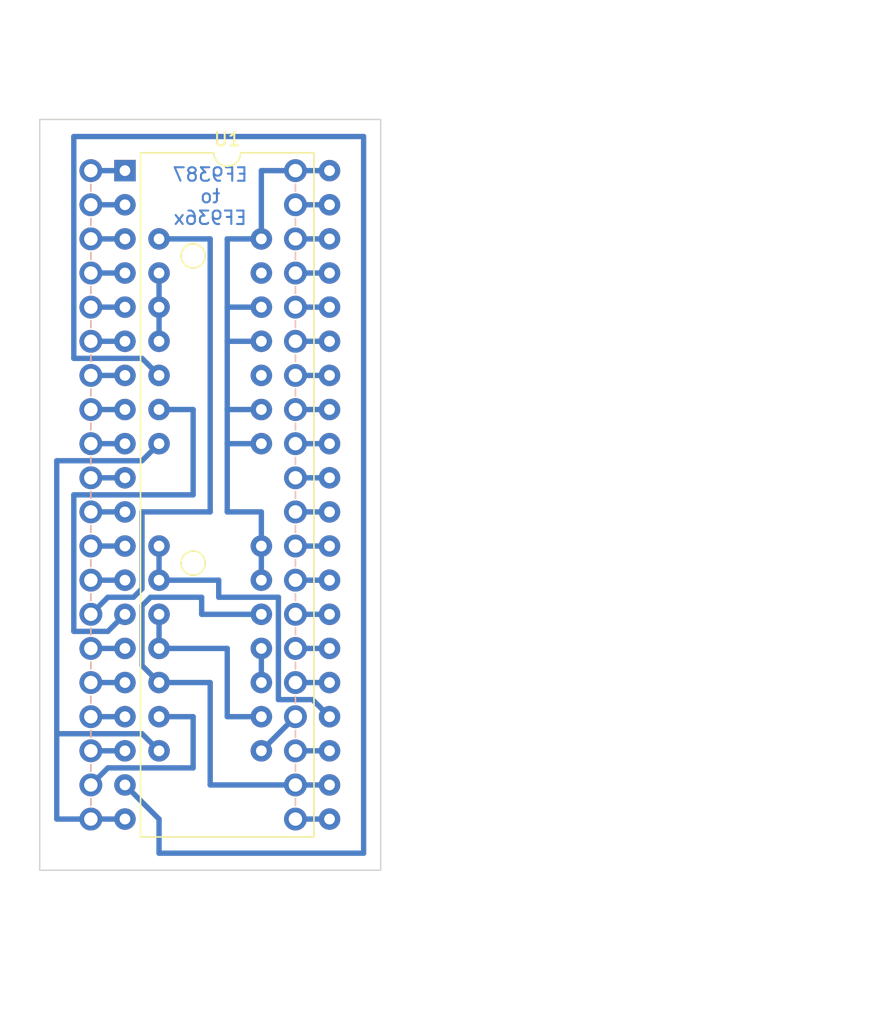
<source format=kicad_pcb>
(kicad_pcb (version 20221018) (generator pcbnew)
  (title_block (title "EF936x ADAPTER") (date "2024-02-16") (rev "REV A") (comment 1 "reverse-engineered in 2022") (comment 2 "creativecommons.org/licenses/by-sa/4.0/") (comment 3 "License: CC BY-SA 4.0") (comment 4 "Author: InsaneDruid"))
  (layers (0 "F.Cu" signal) (31 "B.Cu" signal) (34 "B.Paste" user) (35 "F.Paste" user) (36 "B.SilkS" user "B.Silkscreen") (37 "F.SilkS" user "F.Silkscreen") (38 "B.Mask" user) (39 "F.Mask" user) (44 "Edge.Cuts" user))
  (net 0 "")
  (net 1 "/CK")
  (net 2 "/DAD3")
  (net 3 "/DAD4")
  (net 4 "/DAD5")
  (net 5 "/DAD6")
  (net 6 "/MSL0")
  (net 7 "/MSL2")
  (net 8 "/FMAT")
  (net 9 "/A0")
  (net 10 "/A1")
  (net 11 "/A2")
  (net 12 "/A3")
  (net 13 "/~{IRQ}")
  (net 14 "/~{DW}")
  (net 15 "/DIN")
  (net 16 "/VB")
  (net 17 "/~{E}")
  (net 18 "/R{slash}~{W}")
  (net 19 "/X9")
  (net 20 "GND")
  (net 21 "/LPCK")
  (net 22 "/~{ALL}")
  (net 23 "/WO")
  (net 24 "/~{MW}")
  (net 25 "/BLK")
  (net 26 "/D7")
  (net 27 "/D6")
  (net 28 "/D5")
  (net 29 "/D4")
  (net 30 "/D3")
  (net 31 "/D2")
  (net 32 "/D1")
  (net 33 "/D0")
  (net 34 "/SYNC")
  (net 35 "/MSL3")
  (net 36 "/MSL1")
  (net 37 "/DAD0")
  (net 38 "/DAD2")
  (net 39 "/DAD1")
  (net 40 "+5V")
  (net 41 "Net-(U2-Pad3)")
  (net 42 "Net-(U2-Pad10)")
  (net 43 "Net-(U3-Pad2)")
  (net 46 "/~{DW_{OUT}}")
  (net 47 "/~{MFREE}")
  (net 48 "/~{WHITE}")
  (footprint "ef936x_adapter_lib_fp:DIP-14_W7.62mm" (layer "F.Cu") (at 116.84 78.74)
    (fp_text reference "U2" hide)
    (fp_text value "74HC00")
    (fp_circle (center 2.54 1.27) (end 3.438026 1.27) (stroke (width 0.12)) (fill none) (layer "F.SilkS"))
    (pad "1" thru_hole circle (at 0 0) (size 1.6 1.6) (drill 0.8) (layers "*.Cu" "*.Mask") (net 24 "/~{MW}"))
    (pad "2" thru_hole oval (at 0 2.54) (size 1.6 1.6) (drill 0.8) (layers "*.Cu" "*.Mask") (net 24 "/~{MW}"))
    (pad "3" thru_hole oval (at 0 5.08) (size 1.6 1.6) (drill 0.8) (layers "*.Cu" "*.Mask") (net 41 "Net-(U2-Pad3)"))
    (pad "4" thru_hole oval (at 0 7.62) (size 1.6 1.6) (drill 0.8) (layers "*.Cu" "*.Mask") (net 41 "Net-(U2-Pad3)"))
    (pad "5" thru_hole oval (at 0 10.16) (size 1.6 1.6) (drill 0.8) (layers "*.Cu" "*.Mask") (net 22 "/~{ALL}"))
    (pad "6" thru_hole oval (at 0 12.7) (size 1.6 1.6) (drill 0.8) (layers "*.Cu" "*.Mask") (net 47 "/~{MFREE}"))
    (pad "7" thru_hole oval (at 0 15.24) (size 1.6 1.6) (drill 0.8) (layers "*.Cu" "*.Mask") (net 20 "GND"))
    (pad "8" thru_hole oval (at 7.62 15.24) (size 1.6 1.6) (drill 0.8) (layers "*.Cu" "*.Mask") (net 48 "/~{WHITE}"))
    (pad "9" thru_hole oval (at 7.62 12.7) (size 1.6 1.6) (drill 0.8) (layers "*.Cu" "*.Mask") (net 41 "Net-(U2-Pad3)"))
    (pad "10" thru_hole oval (at 7.62 10.16) (size 1.6 1.6) (drill 0.8) (layers "*.Cu" "*.Mask") (net 42 "Net-(U2-Pad10)"))
    (pad "11" thru_hole oval (at 7.62 7.62) (size 1.6 1.6) (drill 0.8) (layers "*.Cu" "*.Mask") (net 42 "Net-(U2-Pad10)"))
    (pad "12" thru_hole oval (at 7.62 5.08) (size 1.6 1.6) (drill 0.8) (layers "*.Cu" "*.Mask") (net 22 "/~{ALL}"))
    (pad "13" thru_hole oval (at 7.62 2.54) (size 1.6 1.6) (drill 0.8) (layers "*.Cu" "*.Mask") (net 40 "+5V"))
    (pad "14" thru_hole oval (at 7.62 0) (size 1.6 1.6) (drill 0.8) (layers "*.Cu" "*.Mask") (net 40 "+5V"))
  )
  (footprint "Package_DIP:DIP-40_W15.24mm" (layer "F.Cu") (at 114.3 50.8)
    (fp_text reference "U1" (at 7.62 -2.33) (layer "F.SilkS"))
    (fp_text value "EF9367")
    (fp_line (start 1.16 -1.33) (end 1.16 49.59) (stroke (width 0.12)) (layer "F.SilkS"))
    (fp_line (start 1.16 49.59) (end 14.08 49.59) (stroke (width 0.12)) (layer "F.SilkS"))
    (fp_line (start 6.62 -1.33) (end 1.16 -1.33) (stroke (width 0.12)) (layer "F.SilkS"))
    (fp_line (start 14.08 -1.33) (end 8.62 -1.33) (stroke (width 0.12)) (layer "F.SilkS"))
    (fp_line (start 14.08 49.59) (end 14.08 -1.33) (stroke (width 0.12)) (layer "F.SilkS"))
    (fp_arc (start 8.62 -1.33) (mid 7.62 -0.33) (end 6.62 -1.33) (stroke (width 0.12)) (layer "F.SilkS"))
    (pad "1" thru_hole rect (at 0 0) (size 1.6 1.6) (drill 0.8) (layers "*.Cu" "*.Mask") (net 1 "/CK"))
    (pad "2" thru_hole oval (at 0 2.54) (size 1.6 1.6) (drill 0.8) (layers "*.Cu" "*.Mask") (net 2 "/DAD3"))
    (pad "3" thru_hole oval (at 0 5.08) (size 1.6 1.6) (drill 0.8) (layers "*.Cu" "*.Mask") (net 3 "/DAD4"))
    (pad "4" thru_hole oval (at 0 7.62) (size 1.6 1.6) (drill 0.8) (layers "*.Cu" "*.Mask") (net 4 "/DAD5"))
    (pad "5" thru_hole oval (at 0 10.16) (size 1.6 1.6) (drill 0.8) (layers "*.Cu" "*.Mask") (net 5 "/DAD6"))
    (pad "6" thru_hole oval (at 0 12.7) (size 1.6 1.6) (drill 0.8) (layers "*.Cu" "*.Mask") (net 6 "/MSL0"))
    (pad "7" thru_hole oval (at 0 15.24) (size 1.6 1.6) (drill 0.8) (layers "*.Cu" "*.Mask") (net 7 "/MSL2"))
    (pad "8" thru_hole oval (at 0 17.78) (size 1.6 1.6) (drill 0.8) (layers "*.Cu" "*.Mask") (net 8 "/FMAT"))
    (pad "9" thru_hole oval (at 0 20.32) (size 1.6 1.6) (drill 0.8) (layers "*.Cu" "*.Mask") (net 9 "/A0"))
    (pad "10" thru_hole oval (at 0 22.86) (size 1.6 1.6) (drill 0.8) (layers "*.Cu" "*.Mask") (net 10 "/A1"))
    (pad "11" thru_hole oval (at 0 25.4) (size 1.6 1.6) (drill 0.8) (layers "*.Cu" "*.Mask") (net 11 "/A2"))
    (pad "12" thru_hole oval (at 0 27.94) (size 1.6 1.6) (drill 0.8) (layers "*.Cu" "*.Mask") (net 12 "/A3"))
    (pad "13" thru_hole oval (at 0 30.48) (size 1.6 1.6) (drill 0.8) (layers "*.Cu" "*.Mask") (net 13 "/~{IRQ}"))
    (pad "14" thru_hole oval (at 0 33.02) (size 1.6 1.6) (drill 0.8) (layers "*.Cu" "*.Mask") (net 14 "/~{DW}"))
    (pad "15" thru_hole oval (at 0 35.56) (size 1.6 1.6) (drill 0.8) (layers "*.Cu" "*.Mask") (net 15 "/DIN"))
    (pad "16" thru_hole oval (at 0 38.1) (size 1.6 1.6) (drill 0.8) (layers "*.Cu" "*.Mask") (net 16 "/VB"))
    (pad "17" thru_hole oval (at 0 40.64) (size 1.6 1.6) (drill 0.8) (layers "*.Cu" "*.Mask") (net 17 "/~{E}"))
    (pad "18" thru_hole oval (at 0 43.18) (size 1.6 1.6) (drill 0.8) (layers "*.Cu" "*.Mask") (net 18 "/R{slash}~{W}"))
    (pad "19" thru_hole oval (at 0 45.72) (size 1.6 1.6) (drill 0.8) (layers "*.Cu" "*.Mask") (net 19 "/X9"))
    (pad "20" thru_hole oval (at 0 48.26) (size 1.6 1.6) (drill 0.8) (layers "*.Cu" "*.Mask") (net 20 "GND"))
    (pad "21" thru_hole oval (at 15.24 48.26) (size 1.6 1.6) (drill 0.8) (layers "*.Cu" "*.Mask") (net 21 "/LPCK"))
    (pad "22" thru_hole oval (at 15.24 45.72) (size 1.6 1.6) (drill 0.8) (layers "*.Cu" "*.Mask") (net 22 "/~{ALL}"))
    (pad "23" thru_hole oval (at 15.24 43.18) (size 1.6 1.6) (drill 0.8) (layers "*.Cu" "*.Mask") (net 23 "/WO"))
    (pad "24" thru_hole oval (at 15.24 40.64) (size 1.6 1.6) (drill 0.8) (layers "*.Cu" "*.Mask") (net 24 "/~{MW}"))
    (pad "25" thru_hole oval (at 15.24 38.1) (size 1.6 1.6) (drill 0.8) (layers "*.Cu" "*.Mask") (net 25 "/BLK"))
    (pad "26" thru_hole oval (at 15.24 35.56) (size 1.6 1.6) (drill 0.8) (layers "*.Cu" "*.Mask") (net 26 "/D7"))
    (pad "27" thru_hole oval (at 15.24 33.02) (size 1.6 1.6) (drill 0.8) (layers "*.Cu" "*.Mask") (net 27 "/D6"))
    (pad "28" thru_hole oval (at 15.24 30.48) (size 1.6 1.6) (drill 0.8) (layers "*.Cu" "*.Mask") (net 28 "/D5"))
    (pad "29" thru_hole oval (at 15.24 27.94) (size 1.6 1.6) (drill 0.8) (layers "*.Cu" "*.Mask") (net 29 "/D4"))
    (pad "30" thru_hole oval (at 15.24 25.4) (size 1.6 1.6) (drill 0.8) (layers "*.Cu" "*.Mask") (net 30 "/D3"))
    (pad "31" thru_hole oval (at 15.24 22.86) (size 1.6 1.6) (drill 0.8) (layers "*.Cu" "*.Mask") (net 31 "/D2"))
    (pad "32" thru_hole oval (at 15.24 20.32) (size 1.6 1.6) (drill 0.8) (layers "*.Cu" "*.Mask") (net 32 "/D1"))
    (pad "33" thru_hole oval (at 15.24 17.78) (size 1.6 1.6) (drill 0.8) (layers "*.Cu" "*.Mask") (net 33 "/D0"))
    (pad "34" thru_hole oval (at 15.24 15.24) (size 1.6 1.6) (drill 0.8) (layers "*.Cu" "*.Mask") (net 34 "/SYNC"))
    (pad "35" thru_hole oval (at 15.24 12.7) (size 1.6 1.6) (drill 0.8) (layers "*.Cu" "*.Mask") (net 35 "/MSL3"))
    (pad "36" thru_hole oval (at 15.24 10.16) (size 1.6 1.6) (drill 0.8) (layers "*.Cu" "*.Mask") (net 36 "/MSL1"))
    (pad "37" thru_hole oval (at 15.24 7.62) (size 1.6 1.6) (drill 0.8) (layers "*.Cu" "*.Mask") (net 37 "/DAD0"))
    (pad "38" thru_hole oval (at 15.24 5.08) (size 1.6 1.6) (drill 0.8) (layers "*.Cu" "*.Mask") (net 38 "/DAD2"))
    (pad "39" thru_hole oval (at 15.24 2.54) (size 1.6 1.6) (drill 0.8) (layers "*.Cu" "*.Mask") (net 39 "/DAD1"))
    (pad "40" thru_hole oval (at 15.24 0) (size 1.6 1.6) (drill 0.8) (layers "*.Cu" "*.Mask") (net 40 "+5V"))
  )
  (footprint "ef936x_adapter_lib_fp:DIP-14_W7.62mm" (layer "F.Cu") (at 116.84 55.88)
    (fp_text reference "U3" hide)
    (fp_text value "74HC02")
    (fp_circle (center 2.54 1.27) (end 3.438026 1.27) (stroke (width 0.12)) (fill none) (layer "F.SilkS"))
    (pad "1" thru_hole circle (at 0 0) (size 1.6 1.6) (drill 0.8) (layers "*.Cu" "*.Mask") (net 46 "/~{DW_{OUT}}"))
    (pad "2" thru_hole oval (at 0 2.54) (size 1.6 1.6) (drill 0.8) (layers "*.Cu" "*.Mask") (net 43 "Net-(U3-Pad2)"))
    (pad "3" thru_hole oval (at 0 5.08) (size 1.6 1.6) (drill 0.8) (layers "*.Cu" "*.Mask") (net 43 "Net-(U3-Pad2)"))
    (pad "4" thru_hole oval (at 0 7.62) (size 1.6 1.6) (drill 0.8) (layers "*.Cu" "*.Mask") (net 43 "Net-(U3-Pad2)"))
    (pad "5" thru_hole oval (at 0 10.16) (size 1.6 1.6) (drill 0.8) (layers "*.Cu" "*.Mask") (net 19 "/X9"))
    (pad "6" thru_hole oval (at 0 12.7) (size 1.6 1.6) (drill 0.8) (layers "*.Cu" "*.Mask") (net 14 "/~{DW}"))
    (pad "7" thru_hole oval (at 0 15.24) (size 1.6 1.6) (drill 0.8) (layers "*.Cu" "*.Mask") (net 20 "GND"))
    (pad "8" thru_hole oval (at 7.62 15.24) (size 1.6 1.6) (drill 0.8) (layers "*.Cu" "*.Mask") (net 40 "+5V"))
    (pad "9" thru_hole oval (at 7.62 12.7) (size 1.6 1.6) (drill 0.8) (layers "*.Cu" "*.Mask") (net 40 "+5V"))
    (pad "10" thru_hole oval (at 7.62 10.16) (size 1.6 1.6) (drill 0.8) (layers "*.Cu" "*.Mask"))
    (pad "11" thru_hole oval (at 7.62 7.62) (size 1.6 1.6) (drill 0.8) (layers "*.Cu" "*.Mask") (net 40 "+5V"))
    (pad "12" thru_hole oval (at 7.62 5.08) (size 1.6 1.6) (drill 0.8) (layers "*.Cu" "*.Mask") (net 40 "+5V"))
    (pad "13" thru_hole oval (at 7.62 2.54) (size 1.6 1.6) (drill 0.8) (layers "*.Cu" "*.Mask"))
    (pad "14" thru_hole oval (at 7.62 0) (size 1.6 1.6) (drill 0.8) (layers "*.Cu" "*.Mask") (net 40 "+5V"))
  )
  (footprint "ef936x_adapter_lib_fp:PinHeader_1x20_P2.54mm_Vertical" (layer "B.Cu") (at 111.76 50.8 180)
    (fp_text reference "J1" hide)
    (fp_text value "Conn_01x20_Male")
    (fp_line (start 0 -47.244) (end 0 -46.736) (stroke (width 0.12)) (layer "B.SilkS"))
    (fp_line (start 0 -44.704) (end 0 -44.196) (stroke (width 0.12)) (layer "B.SilkS"))
    (fp_line (start 0 -42.164) (end 0 -41.656) (stroke (width 0.12)) (layer "B.SilkS"))
    (fp_line (start 0 -39.624) (end 0 -39.116) (stroke (width 0.12)) (layer "B.SilkS"))
    (fp_line (start 0 -37.084) (end 0 -36.576) (stroke (width 0.12)) (layer "B.SilkS"))
    (fp_line (start 0 -34.544) (end 0 -34.036) (stroke (width 0.12)) (layer "B.SilkS"))
    (fp_line (start 0 -32.004) (end 0 -31.496) (stroke (width 0.12)) (layer "B.SilkS"))
    (fp_line (start 0 -29.464) (end 0 -28.956) (stroke (width 0.12)) (layer "B.SilkS"))
    (fp_line (start 0 -26.924) (end 0 -26.416) (stroke (width 0.12)) (layer "B.SilkS"))
    (fp_line (start 0 -24.384) (end 0 -23.876) (stroke (width 0.12)) (layer "B.SilkS"))
    (fp_line (start 0 -21.844) (end 0 -21.336) (stroke (width 0.12)) (layer "B.SilkS"))
    (fp_line (start 0 -19.304) (end 0 -18.796) (stroke (width 0.12)) (layer "B.SilkS"))
    (fp_line (start 0 -16.764) (end 0 -16.256) (stroke (width 0.12)) (layer "B.SilkS"))
    (fp_line (start 0 -14.224) (end 0 -13.716) (stroke (width 0.12)) (layer "B.SilkS"))
    (fp_line (start 0 -11.684) (end 0 -11.176) (stroke (width 0.12)) (layer "B.SilkS"))
    (fp_line (start 0 -9.144) (end 0 -8.636) (stroke (width 0.12)) (layer "B.SilkS"))
    (fp_line (start 0 -6.604) (end 0 -6.096) (stroke (width 0.12)) (layer "B.SilkS"))
    (fp_line (start 0 -4.064) (end 0 -3.556) (stroke (width 0.12)) (layer "B.SilkS"))
    (fp_line (start 0 -1.524) (end 0 -1.016) (stroke (width 0.12)) (layer "B.SilkS"))
    (pad "1" thru_hole circle (at 0 0 180) (size 1.7 1.7) (drill 1) (layers "*.Cu" "*.Mask") (net 1 "/CK"))
    (pad "2" thru_hole oval (at 0 -2.54 180) (size 1.7 1.7) (drill 1) (layers "*.Cu" "*.Mask") (net 2 "/DAD3"))
    (pad "3" thru_hole oval (at 0 -5.08 180) (size 1.7 1.7) (drill 1) (layers "*.Cu" "*.Mask") (net 3 "/DAD4"))
    (pad "4" thru_hole oval (at 0 -7.62 180) (size 1.7 1.7) (drill 1) (layers "*.Cu" "*.Mask") (net 4 "/DAD5"))
    (pad "5" thru_hole oval (at 0 -10.16 180) (size 1.7 1.7) (drill 1) (layers "*.Cu" "*.Mask") (net 5 "/DAD6"))
    (pad "6" thru_hole oval (at 0 -12.7 180) (size 1.7 1.7) (drill 1) (layers "*.Cu" "*.Mask") (net 6 "/MSL0"))
    (pad "7" thru_hole oval (at 0 -15.24 180) (size 1.7 1.7) (drill 1) (layers "*.Cu" "*.Mask") (net 7 "/MSL2"))
    (pad "8" thru_hole oval (at 0 -17.78 180) (size 1.7 1.7) (drill 1) (layers "*.Cu" "*.Mask") (net 8 "/FMAT"))
    (pad "9" thru_hole oval (at 0 -20.32 180) (size 1.7 1.7) (drill 1) (layers "*.Cu" "*.Mask") (net 9 "/A0"))
    (pad "10" thru_hole oval (at 0 -22.86 180) (size 1.7 1.7) (drill 1) (layers "*.Cu" "*.Mask") (net 10 "/A1"))
    (pad "11" thru_hole oval (at 0 -25.4 180) (size 1.7 1.7) (drill 1) (layers "*.Cu" "*.Mask") (net 11 "/A2"))
    (pad "12" thru_hole oval (at 0 -27.94 180) (size 1.7 1.7) (drill 1) (layers "*.Cu" "*.Mask") (net 12 "/A3"))
    (pad "13" thru_hole oval (at 0 -30.48 180) (size 1.7 1.7) (drill 1) (layers "*.Cu" "*.Mask") (net 13 "/~{IRQ}"))
    (pad "14" thru_hole oval (at 0 -33.02 180) (size 1.7 1.7) (drill 1) (layers "*.Cu" "*.Mask") (net 46 "/~{DW_{OUT}}"))
    (pad "15" thru_hole oval (at 0 -35.56 180) (size 1.7 1.7) (drill 1) (layers "*.Cu" "*.Mask") (net 15 "/DIN"))
    (pad "16" thru_hole oval (at 0 -38.1 180) (size 1.7 1.7) (drill 1) (layers "*.Cu" "*.Mask") (net 16 "/VB"))
    (pad "17" thru_hole oval (at 0 -40.64 180) (size 1.7 1.7) (drill 1) (layers "*.Cu" "*.Mask") (net 17 "/~{E}"))
    (pad "18" thru_hole oval (at 0 -43.18 180) (size 1.7 1.7) (drill 1) (layers "*.Cu" "*.Mask") (net 18 "/R{slash}~{W}"))
    (pad "19" thru_hole oval (at 0 -45.72 180) (size 1.7 1.7) (drill 1) (layers "*.Cu" "*.Mask") (net 47 "/~{MFREE}"))
    (pad "20" thru_hole oval (at 0 -48.26 180) (size 1.7 1.7) (drill 1) (layers "*.Cu" "*.Mask") (net 20 "GND"))
  )
  (footprint "ef936x_adapter_lib_fp:PinHeader_1x20_P2.54mm_Vertical" (layer "B.Cu") (at 127 99.06)
    (fp_text reference "J2" hide)
    (fp_text value "Conn_01x20_Male")
    (fp_line (start 0 -47.244) (end 0 -46.736) (stroke (width 0.12)) (layer "B.SilkS"))
    (fp_line (start 0 -44.704) (end 0 -44.196) (stroke (width 0.12)) (layer "B.SilkS"))
    (fp_line (start 0 -42.164) (end 0 -41.656) (stroke (width 0.12)) (layer "B.SilkS"))
    (fp_line (start 0 -39.624) (end 0 -39.116) (stroke (width 0.12)) (layer "B.SilkS"))
    (fp_line (start 0 -37.084) (end 0 -36.576) (stroke (width 0.12)) (layer "B.SilkS"))
    (fp_line (start 0 -34.544) (end 0 -34.036) (stroke (width 0.12)) (layer "B.SilkS"))
    (fp_line (start 0 -32.004) (end 0 -31.496) (stroke (width 0.12)) (layer "B.SilkS"))
    (fp_line (start 0 -29.464) (end 0 -28.956) (stroke (width 0.12)) (layer "B.SilkS"))
    (fp_line (start 0 -26.924) (end 0 -26.416) (stroke (width 0.12)) (layer "B.SilkS"))
    (fp_line (start 0 -24.384) (end 0 -23.876) (stroke (width 0.12)) (layer "B.SilkS"))
    (fp_line (start 0 -21.844) (end 0 -21.336) (stroke (width 0.12)) (layer "B.SilkS"))
    (fp_line (start 0 -19.304) (end 0 -18.796) (stroke (width 0.12)) (layer "B.SilkS"))
    (fp_line (start 0 -16.764) (end 0 -16.256) (stroke (width 0.12)) (layer "B.SilkS"))
    (fp_line (start 0 -14.224) (end 0 -13.716) (stroke (width 0.12)) (layer "B.SilkS"))
    (fp_line (start 0 -11.684) (end 0 -11.176) (stroke (width 0.12)) (layer "B.SilkS"))
    (fp_line (start 0 -9.144) (end 0 -8.636) (stroke (width 0.12)) (layer "B.SilkS"))
    (fp_line (start 0 -6.604) (end 0 -6.096) (stroke (width 0.12)) (layer "B.SilkS"))
    (fp_line (start 0 -4.064) (end 0 -3.556) (stroke (width 0.12)) (layer "B.SilkS"))
    (fp_line (start 0 -1.524) (end 0 -1.016) (stroke (width 0.12)) (layer "B.SilkS"))
    (pad "1" thru_hole circle (at 0 0) (size 1.7 1.7) (drill 1) (layers "*.Cu" "*.Mask") (net 21 "/LPCK"))
    (pad "2" thru_hole oval (at 0 -2.54) (size 1.7 1.7) (drill 1) (layers "*.Cu" "*.Mask") (net 22 "/~{ALL}"))
    (pad "3" thru_hole oval (at 0 -5.08) (size 1.7 1.7) (drill 1) (layers "*.Cu" "*.Mask") (net 23 "/WO"))
    (pad "4" thru_hole oval (at 0 -7.62) (size 1.7 1.7) (drill 1) (layers "*.Cu" "*.Mask") (net 48 "/~{WHITE}"))
    (pad "5" thru_hole oval (at 0 -10.16) (size 1.7 1.7) (drill 1) (layers "*.Cu" "*.Mask") (net 25 "/BLK"))
    (pad "6" thru_hole oval (at 0 -12.7) (size 1.7 1.7) (drill 1) (layers "*.Cu" "*.Mask") (net 26 "/D7"))
    (pad "7" thru_hole oval (at 0 -15.24) (size 1.7 1.7) (drill 1) (layers "*.Cu" "*.Mask") (net 27 "/D6"))
    (pad "8" thru_hole oval (at 0 -17.78) (size 1.7 1.7) (drill 1) (layers "*.Cu" "*.Mask") (net 28 "/D5"))
    (pad "9" thru_hole oval (at 0 -20.32) (size 1.7 1.7) (drill 1) (layers "*.Cu" "*.Mask") (net 29 "/D4"))
    (pad "10" thru_hole oval (at 0 -22.86) (size 1.7 1.7) (drill 1) (layers "*.Cu" "*.Mask") (net 30 "/D3"))
    (pad "11" thru_hole oval (at 0 -25.4) (size 1.7 1.7) (drill 1) (layers "*.Cu" "*.Mask") (net 31 "/D2"))
    (pad "12" thru_hole oval (at 0 -27.94) (size 1.7 1.7) (drill 1) (layers "*.Cu" "*.Mask") (net 32 "/D1"))
    (pad "13" thru_hole oval (at 0 -30.48) (size 1.7 1.7) (drill 1) (layers "*.Cu" "*.Mask") (net 33 "/D0"))
    (pad "14" thru_hole oval (at 0 -33.02) (size 1.7 1.7) (drill 1) (layers "*.Cu" "*.Mask") (net 34 "/SYNC"))
    (pad "15" thru_hole oval (at 0 -35.56) (size 1.7 1.7) (drill 1) (layers "*.Cu" "*.Mask") (net 35 "/MSL3"))
    (pad "16" thru_hole oval (at 0 -38.1) (size 1.7 1.7) (drill 1) (layers "*.Cu" "*.Mask") (net 36 "/MSL1"))
    (pad "17" thru_hole oval (at 0 -40.64) (size 1.7 1.7) (drill 1) (layers "*.Cu" "*.Mask") (net 37 "/DAD0"))
    (pad "18" thru_hole oval (at 0 -43.18) (size 1.7 1.7) (drill 1) (layers "*.Cu" "*.Mask") (net 38 "/DAD2"))
    (pad "19" thru_hole oval (at 0 -45.72) (size 1.7 1.7) (drill 1) (layers "*.Cu" "*.Mask") (net 39 "/DAD1"))
    (pad "20" thru_hole oval (at 0 -48.26) (size 1.7 1.7) (drill 1) (layers "*.Cu" "*.Mask") (net 40 "+5V"))
  )
  (gr_rect (start 107.95 46.99) (end 133.35 102.87) (stroke (width 0.1)) (fill none) (layer "Edge.Cuts"))
  (gr_text "EF9387\nto\nEF936x" (at 120.65 52.705) (layer "B.Cu") (effects (font (size 1 1)) (justify mirror)))
  (segment (start 114.3 50.8) (end 111.76 50.8) (width 0.4) (layer "B.Cu") (net 1))
  (segment (start 114.3 53.34) (end 111.76 53.34) (width 0.4) (layer "B.Cu") (net 2))
  (segment (start 114.3 55.88) (end 111.76 55.88) (width 0.4) (layer "B.Cu") (net 3))
  (segment (start 114.3 58.42) (end 111.76 58.42) (width 0.4) (layer "B.Cu") (net 4))
  (segment (start 114.3 60.96) (end 111.76 60.96) (width 0.4) (layer "B.Cu") (net 5))
  (segment (start 114.3 63.5) (end 111.76 63.5) (width 0.4) (layer "B.Cu") (net 6))
  (segment (start 114.3 66.04) (end 111.76 66.04) (width 0.4) (layer "B.Cu") (net 7))
  (segment (start 114.3 68.58) (end 111.76 68.58) (width 0.4) (layer "B.Cu") (net 8))
  (segment (start 114.3 71.12) (end 111.76 71.12) (width 0.4) (layer "B.Cu") (net 9))
  (segment (start 111.76 73.66) (end 114.3 73.66) (width 0.4) (layer "B.Cu") (net 10))
  (segment (start 111.76 76.2) (end 114.3 76.2) (width 0.4) (layer "B.Cu") (net 11))
  (segment (start 111.76 78.74) (end 114.3 78.74) (width 0.4) (layer "B.Cu") (net 12))
  (segment (start 111.76 81.28) (end 114.3 81.28) (width 0.4) (layer "B.Cu") (net 13))
  (segment (start 113.03 85.09) (end 110.49 85.09) (width 0.4) (layer "B.Cu") (net 14))
  (segment (start 110.49 85.09) (end 110.49 74.93) (width 0.4) (layer "B.Cu") (net 14))
  (segment (start 116.84 68.58) (end 119.38 68.58) (width 0.4) (layer "B.Cu") (net 14))
  (segment (start 114.3 83.82) (end 113.03 85.09) (width 0.4) (layer "B.Cu") (net 14))
  (segment (start 119.38 68.58) (end 119.38 74.93) (width 0.4) (layer "B.Cu") (net 14))
  (segment (start 119.38 74.93) (end 110.49 74.93) (width 0.4) (layer "B.Cu") (net 14))
  (segment (start 111.76 86.36) (end 114.3 86.36) (width 0.4) (layer "B.Cu") (net 15))
  (segment (start 111.76 88.9) (end 114.3 88.9) (width 0.4) (layer "B.Cu") (net 16))
  (segment (start 111.76 91.44) (end 114.3 91.44) (width 0.4) (layer "B.Cu") (net 17))
  (segment (start 111.76 93.98) (end 114.3 93.98) (width 0.4) (layer "B.Cu") (net 18))
  (segment (start 116.84 99.06) (end 114.3 96.52) (width 0.4) (layer "B.Cu") (net 19))
  (segment (start 132.08 101.6) (end 116.84 101.6) (width 0.4) (layer "B.Cu") (net 19))
  (segment (start 116.84 101.6) (end 116.84 99.06) (width 0.4) (layer "B.Cu") (net 19))
  (segment (start 110.49 64.77) (end 110.49 48.26) (width 0.4) (layer "B.Cu") (net 19))
  (segment (start 116.84 66.04) (end 115.57 64.77) (width 0.4) (layer "B.Cu") (net 19))
  (segment (start 110.49 48.26) (end 132.08 48.26) (width 0.4) (layer "B.Cu") (net 19))
  (segment (start 115.57 64.77) (end 110.49 64.77) (width 0.4) (layer "B.Cu") (net 19))
  (segment (start 132.08 48.26) (end 132.08 101.6) (width 0.4) (layer "B.Cu") (net 19))
  (segment (start 111.76 99.06) (end 109.22 99.06) (width 0.4) (layer "B.Cu") (net 20))
  (segment (start 111.76 99.06) (end 114.3 99.06) (width 0.4) (layer "B.Cu") (net 20))
  (segment (start 115.57 72.39) (end 116.84 71.12) (width 0.4) (layer "B.Cu") (net 20))
  (segment (start 116.84 93.98) (end 115.57 92.71) (width 0.4) (layer "B.Cu") (net 20))
  (segment (start 109.22 99.06) (end 109.22 72.39) (width 0.4) (layer "B.Cu") (net 20))
  (segment (start 109.22 72.39) (end 115.57 72.39) (width 0.4) (layer "B.Cu") (net 20))
  (segment (start 115.57 92.71) (end 109.22 92.71) (width 0.4) (layer "B.Cu") (net 20))
  (segment (start 127 99.06) (end 129.54 99.06) (width 0.4) (layer "B.Cu") (net 21))
  (segment (start 120.015 82.55) (end 120.015 83.82) (width 0.4) (layer "B.Cu") (net 22))
  (segment (start 116.205 82.55) (end 120.015 82.55) (width 0.4) (layer "B.Cu") (net 22))
  (segment (start 120.015 83.82) (end 124.46 83.82) (width 0.4) (layer "B.Cu") (net 22))
  (segment (start 120.65 96.52) (end 127 96.52) (width 0.4) (layer "B.Cu") (net 22))
  (segment (start 115.57 87.63) (end 115.57 83.185) (width 0.4) (layer "B.Cu") (net 22))
  (segment (start 120.65 88.9) (end 120.65 96.52) (width 0.4) (layer "B.Cu") (net 22))
  (segment (start 129.54 96.52) (end 127 96.52) (width 0.4) (layer "B.Cu") (net 22))
  (segment (start 116.84 88.9) (end 115.57 87.63) (width 0.4) (layer "B.Cu") (net 22))
  (segment (start 116.84 88.9) (end 120.65 88.9) (width 0.4) (layer "B.Cu") (net 22))
  (segment (start 115.57 83.185) (end 116.205 82.55) (width 0.4) (layer "B.Cu") (net 22))
  (segment (start 127 93.98) (end 129.54 93.98) (width 0.4) (layer "B.Cu") (net 23))
  (segment (start 121.285 82.55) (end 125.73 82.55) (width 0.4) (layer "B.Cu") (net 24))
  (segment (start 116.84 81.28) (end 121.285 81.28) (width 0.4) (layer "B.Cu") (net 24))
  (segment (start 125.73 90.17) (end 128.27 90.17) (width 0.4) (layer "B.Cu") (net 24))
  (segment (start 116.84 78.74) (end 116.84 81.28) (width 0.4) (layer "B.Cu") (net 24))
  (segment (start 128.27 90.17) (end 129.54 91.44) (width 0.4) (layer "B.Cu") (net 24))
  (segment (start 125.73 82.55) (end 125.73 90.17) (width 0.4) (layer "B.Cu") (net 24))
  (segment (start 121.285 81.28) (end 121.285 82.55) (width 0.4) (layer "B.Cu") (net 24))
  (segment (start 127 88.9) (end 129.54 88.9) (width 0.4) (layer "B.Cu") (net 25))
  (segment (start 129.54 86.36) (end 127 86.36) (width 0.4) (layer "B.Cu") (net 26))
  (segment (start 127 83.82) (end 129.54 83.82) (width 0.4) (layer "B.Cu") (net 27))
  (segment (start 127 81.28) (end 129.54 81.28) (width 0.4) (layer "B.Cu") (net 28))
  (segment (start 127 78.74) (end 129.54 78.74) (width 0.4) (layer "B.Cu") (net 29))
  (segment (start 127 76.2) (end 129.54 76.2) (width 0.4) (layer "B.Cu") (net 30))
  (segment (start 127 73.66) (end 129.54 73.66) (width 0.4) (layer "B.Cu") (net 31))
  (segment (start 127 71.12) (end 129.54 71.12) (width 0.4) (layer "B.Cu") (net 32))
  (segment (start 127 68.58) (end 129.54 68.58) (width 0.4) (layer "B.Cu") (net 33))
  (segment (start 127 66.04) (end 129.54 66.04) (width 0.4) (layer "B.Cu") (net 34))
  (segment (start 127 63.5) (end 129.54 63.5) (width 0.4) (layer "B.Cu") (net 35))
  (segment (start 127 60.96) (end 129.54 60.96) (width 0.4) (layer "B.Cu") (net 36))
  (segment (start 127 58.42) (end 129.54 58.42) (width 0.4) (layer "B.Cu") (net 37))
  (segment (start 127 55.88) (end 129.54 55.88) (width 0.4) (layer "B.Cu") (net 38))
  (segment (start 127 53.34) (end 129.54 53.34) (width 0.4) (layer "B.Cu") (net 39))
  (segment (start 124.46 68.58) (end 121.92 68.58) (width 0.4) (layer "B.Cu") (net 40))
  (segment (start 124.46 55.88) (end 121.92 55.88) (width 0.4) (layer "B.Cu") (net 40))
  (segment (start 124.46 71.12) (end 121.92 71.12) (width 0.4) (layer "B.Cu") (net 40))
  (segment (start 121.92 55.88) (end 121.92 68.58) (width 0.4) (layer "B.Cu") (net 40))
  (segment (start 124.46 63.5) (end 121.92 63.5) (width 0.4) (layer "B.Cu") (net 40))
  (segment (start 124.46 60.96) (end 121.92 60.96) (width 0.4) (layer "B.Cu") (net 40))
  (segment (start 127 50.8) (end 124.46 50.8) (width 0.4) (layer "B.Cu") (net 40))
  (segment (start 127 50.8) (end 129.54 50.8) (width 0.4) (layer "B.Cu") (net 40))
  (segment (start 124.46 78.74) (end 124.46 81.28) (width 0.4) (layer "B.Cu") (net 40))
  (segment (start 121.92 68.58) (end 121.92 71.12) (width 0.4) (layer "B.Cu") (net 40))
  (segment (start 121.92 76.2) (end 124.46 76.2) (width 0.4) (layer "B.Cu") (net 40))
  (segment (start 121.92 71.12) (end 121.92 76.2) (width 0.4) (layer "B.Cu") (net 40))
  (segment (start 124.46 78.74) (end 124.46 76.2) (width 0.4) (layer "B.Cu") (net 40))
  (segment (start 124.46 50.8) (end 124.46 55.88) (width 0.4) (layer "B.Cu") (net 40))
  (segment (start 116.84 83.82) (end 116.84 86.36) (width 0.4) (layer "B.Cu") (net 41))
  (segment (start 121.92 91.44) (end 121.92 86.36) (width 0.4) (layer "B.Cu") (net 41))
  (segment (start 121.92 86.36) (end 116.84 86.36) (width 0.4) (layer "B.Cu") (net 41))
  (segment (start 124.46 91.44) (end 121.92 91.44) (width 0.4) (layer "B.Cu") (net 41))
  (segment (start 124.46 86.36) (end 124.46 88.9) (width 0.4) (layer "B.Cu") (net 42))
  (segment (start 116.84 58.42) (end 116.84 60.96) (width 0.4) (layer "B.Cu") (net 43))
  (segment (start 116.84 60.96) (end 116.84 63.5) (width 0.4) (layer "B.Cu") (net 43))
  (segment (start 116.84 55.88) (end 120.65 55.88) (width 0.4) (layer "B.Cu") (net 46))
  (segment (start 115.57 81.915) (end 115.57 76.2) (width 0.4) (layer "B.Cu") (net 46))
  (segment (start 113.03 82.55) (end 111.76 83.82) (width 0.4) (layer "B.Cu") (net 46))
  (segment (start 114.935 82.55) (end 115.57 81.915) (width 0.4) (layer "B.Cu") (net 46))
  (segment (start 114.935 82.55) (end 113.03 82.55) (width 0.4) (layer "B.Cu") (net 46))
  (segment (start 120.65 76.2) (end 115.57 76.2) (width 0.4) (layer "B.Cu") (net 46))
  (segment (start 120.65 55.88) (end 120.65 76.2) (width 0.4) (layer "B.Cu") (net 46))
  (segment (start 119.38 91.44) (end 116.84 91.44) (width 0.4) (layer "B.Cu") (net 47))
  (segment (start 111.76 96.52) (end 113.03 95.25) (width 0.4) (layer "B.Cu") (net 47))
  (segment (start 119.38 95.25) (end 119.38 91.44) (width 0.4) (layer "B.Cu") (net 47))
  (segment (start 113.03 95.25) (end 119.38 95.25) (width 0.4) (layer "B.Cu") (net 47))
  (segment (start 124.46 93.98) (end 127 91.44) (width 0.4) (layer "B.Cu") (net 48))
)
</source>
